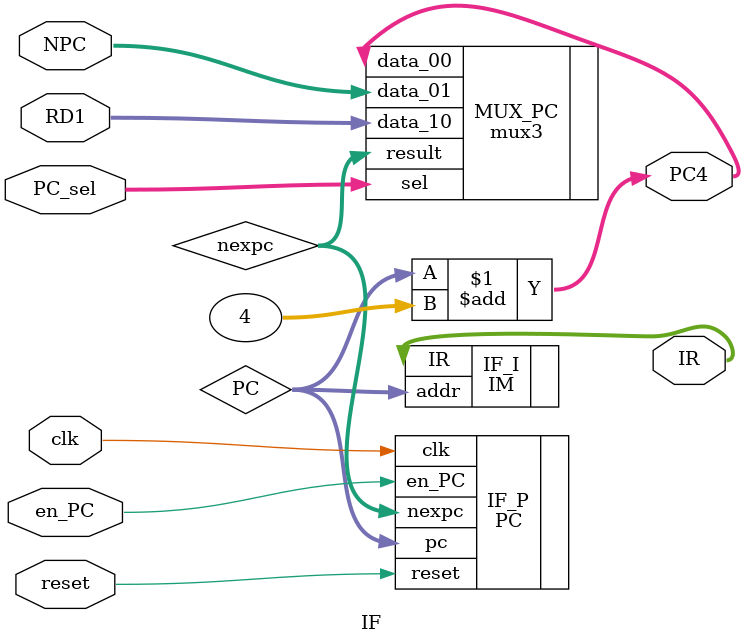
<source format=v>
`timescale 1ns / 1ps
module IF(
    input [1:0] PC_sel,
    input [31:0] NPC,
    input [31:0] RD1,
	 input clk,
	 input reset,
	 input en_PC,
    output [31:0] IR,
    output [31:0] PC4
    );
	wire [31:0]PC;
	wire [31:0]nexpc;
	PC IF_P (
		.clk(clk), 
		.reset(reset),
		.en_PC(en_PC),
		.nexpc(nexpc), 
		.pc(PC)
	);	
	IM IF_I (
		.addr(PC), 
		.IR(IR)
	);
	assign PC4=PC+4;
	mux3#(32) MUX_PC(
		.data_00(PC4),
		.data_01(NPC),
		.data_10(RD1),
		.sel(PC_sel),
		.result(nexpc)
	);

endmodule

</source>
